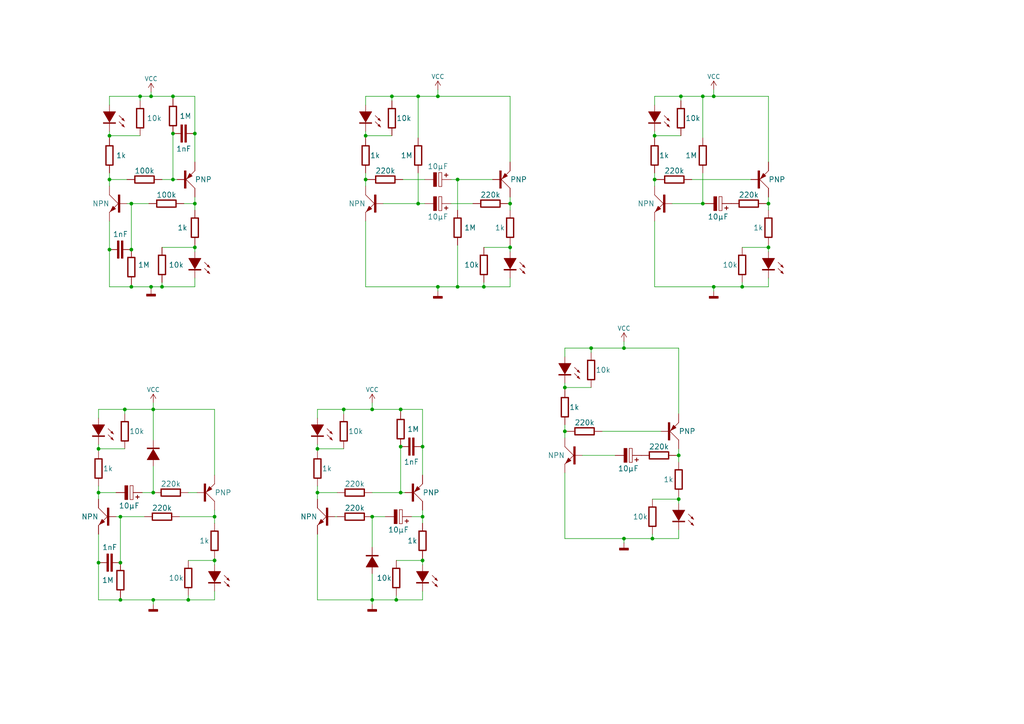
<source format=kicad_sch>
(kicad_sch (version 20211123) (generator eeschema)
  (paper "A4")
  (lib_symbols
    (symbol "*Custom_Generic:C" (pin_numbers hide) (pin_names (offset 0.254))
      (property "Reference" "C" (at 2.921 3.048 0))
      (property "Value" "C" (at 2.921 0.635 0))
      (symbol "C_0_1"
        (rectangle (start -2.54 0.381) (end 2.54 -0.127) (fill (type outline)))
        (rectangle (start -2.54 1.524) (end 2.54 1.016) (fill (type outline)))
      )
      (symbol "C_1_1"
        (pin passive line (at 0 3.81 270) (length 2.54) (name "~") (number "1"))
        (pin passive line (at 0 -2.54 90) (length 2.54) (name "~") (number "2"))
      )
    )
    (symbol "*Custom_Generic:C_Polarized" (pin_numbers hide) (pin_names (offset 0.254) hide)
      (property "Reference" "C" (at 0.635 2.54 0))
      (property "Value" "C_Polarized" (at 0.635 -2.54 0))
      (symbol "C_Polarized_0_1"
        (rectangle (start -2.032 -0.381) (end 2.032 -1.27) (fill (type outline)))
        (rectangle (start -2.032 1.143) (end 2.032 0.254))
        (polyline (pts (xy -1.778 2.413) (xy -0.762 2.413)) (stroke (width 0.254)))
        (polyline (pts (xy -1.27 2.921) (xy -1.27 1.905)) (stroke (width 0.254)))
      )
      (symbol "C_Polarized_1_1"
        (pin passive line (at 0 -3.81 90) (length 2.794) (name "-") (number "1"))
        (pin passive line (at 0 3.81 270) (length 2.667) (name "+") (number "2"))
      )
    )
    (symbol "*Custom_Generic:D" (pin_numbers hide) (pin_names (offset 1.016) hide)
      (property "Reference" "D" (at 0 2.54 0))
      (property "Value" "D" (at 0 -2.54 0))
      (symbol "D_0_1"
        (rectangle (start -1.524 1.778) (end -1.27 -1.778) (fill (type outline)))
        (polyline (pts (xy -1.143 0) (xy 1.905 1.778) (xy 1.905 -1.778) (xy -1.143 0)) (fill (type outline)))
      )
      (symbol "D_1_1"
        (pin passive line (at -3.81 0 0) (length 2.54) (name "K") (number "1"))
        (pin passive line (at 3.81 0 180) (length 2.54) (name "A") (number "2"))
      )
    )
    (symbol "*Custom_Generic:LED" (pin_numbers hide) (pin_names (offset 1.016) hide)
      (property "Reference" "D" (at 0 2.921 0))
      (property "Value" "LED" (at 0 5.588 0))
      (symbol "LED_0_1"
        (rectangle (start -1.524 1.778) (end -1.27 -1.778) (fill (type outline)))
        (polyline (pts (xy -1.016 -2.794) (xy -2.159 -3.937)) (stroke (width 0.1524)))
        (polyline (pts (xy 0.762 -2.794) (xy -0.381 -3.937)) (stroke (width 0.1524)))
        (polyline (pts (xy -2.54 -4.318) (xy -1.778 -3.937) (xy -2.159 -3.556) (xy -2.54 -4.318)) (fill (type outline)))
        (polyline (pts (xy -1.143 0) (xy 1.905 1.778) (xy 1.905 -1.778) (xy -1.143 0)) (fill (type outline)))
        (polyline (pts (xy -0.762 -4.318) (xy 0 -3.937) (xy -0.381 -3.556) (xy -0.762 -4.318)) (fill (type outline)))
      )
      (symbol "LED_1_1"
        (pin passive line (at -3.81 0 0) (length 2.54) (name "K") (number "1"))
        (pin passive line (at 3.81 0 180) (length 2.54) (name "A") (number "2"))
      )
    )
    (symbol "*Custom_Generic:NPN_BJT_CBE" (pin_numbers hide) (pin_names (offset 0) hide)
      (property "Reference" "T" (at 3.81 1.27 0))
      (property "Value" "NPN_BJT_CBE" (at 3.81 -1.27 0))
      (symbol "NPN_BJT_CBE_0_1"
        (rectangle (start -0.508 2.54) (end 0 -2.54) (fill (type outline)))
        (rectangle (start 0 -0.254) (end 0 -0.254))
        (polyline (pts (xy 0 0) (xy 2.54 -2.54)))
        (polyline (pts (xy 0 0) (xy 2.54 2.54)))
        (polyline (pts (xy 2.286 -2.286) (xy 1.524 -0.762) (xy 0.762 -1.524) (xy 2.286 -2.286)) (fill (type outline)))
        (rectangle (start 0 1.016) (end 0 1.016))
      )
      (symbol "NPN_BJT_CBE_1_1"
        (pin passive line (at 2.54 5.08 270) (length 2.54) (name "C") (number "1"))
        (pin input line (at -2.54 0 0) (length 2.54) (name "B") (number "2"))
        (pin passive line (at 2.54 -5.08 90) (length 2.54) (name "E") (number "3"))
      )
    )
    (symbol "*Custom_Generic:PNP_BJT_CBE" (pin_numbers hide) (pin_names (offset 0) hide)
      (property "Reference" "T" (at 3.81 1.27 0))
      (property "Value" "PNP_BJT_CBE" (at 3.81 -1.27 0))
      (symbol "PNP_BJT_CBE_0_1"
        (rectangle (start -0.508 2.54) (end 0 -2.54) (fill (type outline)))
        (rectangle (start 0 -0.254) (end 0 -0.254))
        (polyline (pts (xy 0 0) (xy 2.54 -2.54)))
        (polyline (pts (xy 0 0) (xy 2.54 2.54)))
        (polyline (pts (xy 0.254 -0.254) (xy 1.016 -1.778) (xy 1.778 -1.016) (xy 0.254 -0.254)) (fill (type outline)))
        (rectangle (start 0 1.016) (end 0 1.016))
      )
      (symbol "PNP_BJT_CBE_1_1"
        (pin passive line (at 2.54 5.08 270) (length 2.54) (name "C") (number "1"))
        (pin input line (at -2.54 0 0) (length 2.54) (name "B") (number "2"))
        (pin passive line (at 2.54 -5.08 90) (length 2.54) (name "E") (number "3"))
      )
    )
    (symbol "*Custom_Generic:R" (pin_numbers hide) (pin_names (offset 0))
      (property "Reference" "R" (at 2.413 0 90))
      (property "Value" "R" (at -2.286 0 90))
      (symbol "R_0_1"
        (rectangle (start -1.016 2.794) (end 1.016 -2.794) (stroke (width 0.381)))
      )
      (symbol "R_1_1"
        (pin passive line (at 0 5.08 270) (length 2.25) (name "~") (number "1"))
        (pin passive line (at 0 -5.08 90) (length 2.25) (name "~") (number "2"))
      )
    )
    (symbol "power:GNDD" (power) (pin_names (offset 0))
      (property "Value" "GNDD" (at 0 -3.175 0))
      (symbol "GNDD_0_1"
        (rectangle (start -1.27 -1.524) (end 1.27 -2.032) (stroke (width 0.254)) (fill (type outline)))
        (polyline (pts (xy 0 0) (xy 0 -1.524)))
      )
      (symbol "GNDD_1_1"
        (pin power_in line (at 0 0 270) (length 0) hide (name "GNDD") (number "1"))
      )
    )
    (symbol "power:VCC" (power) (pin_names (offset 0))
      (property "Value" "VCC" (at 0 3.81 0))
      (symbol "VCC_0_1"
        (polyline (pts (xy -0.762 1.27) (xy 0 2.54)))
        (polyline (pts (xy 0 0) (xy 0 2.54)))
        (polyline (pts (xy 0 2.54) (xy 0.762 1.27)))
      )
      (symbol "VCC_1_1"
        (pin power_in line (at 0 0 90) (length 0) hide (name "VCC") (number "1"))
      )
    )
  )
  (junction (at 207.01 83.185))
  (junction (at 189.865 52.07))
  (junction (at 163.83 112.395))
  (junction (at 44.45 142.875))
  (junction (at 116.205 118.745))
  (junction (at 92.075 142.875))
  (junction (at 62.23 149.86))
  (junction (at 189.23 156.21))
  (junction (at 31.75 52.07))
  (junction (at 56.515 38.735))
  (junction (at 147.955 59.055))
  (junction (at 189.865 39.37))
  (junction (at 56.515 71.755))
  (junction (at 40.64 27.94))
  (junction (at 28.575 142.875))
  (junction (at 107.95 173.99))
  (junction (at 34.925 163.195))
  (junction (at 116.205 129.54))
  (junction (at 196.85 144.78))
  (junction (at 99.695 118.745))
  (junction (at 38.1 72.39))
  (junction (at 113.665 27.94))
  (junction (at 31.75 72.39))
  (junction (at 106.045 52.07))
  (junction (at 114.935 173.99))
  (junction (at 132.715 52.07))
  (junction (at 44.45 173.99))
  (junction (at 171.45 100.965))
  (junction (at 196.85 132.08))
  (junction (at 62.23 162.56))
  (junction (at 132.715 83.185))
  (junction (at 28.575 163.195))
  (junction (at 207.01 27.94))
  (junction (at 122.555 162.56))
  (junction (at 56.515 59.055))
  (junction (at 50.165 27.94))
  (junction (at 43.815 83.185))
  (junction (at 215.265 83.185))
  (junction (at 197.485 27.94))
  (junction (at 180.975 100.965))
  (junction (at 107.95 118.745))
  (junction (at 121.285 27.94))
  (junction (at 180.975 156.21))
  (junction (at 34.925 149.86))
  (junction (at 28.575 130.175))
  (junction (at 122.555 149.86))
  (junction (at 127 27.94))
  (junction (at 46.99 83.185))
  (junction (at 222.885 71.755))
  (junction (at 34.925 173.99))
  (junction (at 116.205 142.875))
  (junction (at 43.815 27.94))
  (junction (at 203.835 27.94))
  (junction (at 122.555 129.54))
  (junction (at 50.165 52.07))
  (junction (at 107.95 149.86))
  (junction (at 147.955 71.755))
  (junction (at 38.1 59.055))
  (junction (at 163.83 125.095))
  (junction (at 203.835 59.055))
  (junction (at 50.165 38.735))
  (junction (at 54.61 173.99))
  (junction (at 127 83.185))
  (junction (at 38.1 83.185))
  (junction (at 106.045 39.37))
  (junction (at 222.885 59.055))
  (junction (at 92.075 130.175))
  (junction (at 44.45 118.745))
  (junction (at 36.195 118.745))
  (junction (at 31.75 39.37))
  (junction (at 140.335 83.185))
  (junction (at 121.285 59.055))
  (wire (pts (xy 106.045 39.37) (xy 113.665 39.37)))
  (wire (pts (xy 163.83 123.19) (xy 163.83 125.095)))
  (wire (pts (xy 222.885 60.96) (xy 222.885 59.055)))
  (wire (pts (xy 56.515 71.12) (xy 56.515 71.755)))
  (wire (pts (xy 38.1 83.185) (xy 38.1 82.55)))
  (wire (pts (xy 196.85 132.08) (xy 196.85 130.175)))
  (wire (pts (xy 122.555 149.86) (xy 122.555 147.955)))
  (wire (pts (xy 163.83 112.395) (xy 163.83 113.03)))
  (wire (pts (xy 196.215 132.08) (xy 196.85 132.08)))
  (wire (pts (xy 132.715 83.185) (xy 140.335 83.185)))
  (wire (pts (xy 122.555 161.925) (xy 122.555 162.56)))
  (wire (pts (xy 31.75 30.48) (xy 31.75 27.94)))
  (wire (pts (xy 196.85 133.985) (xy 196.85 132.08)))
  (wire (pts (xy 163.83 103.505) (xy 163.83 100.965)))
  (wire (pts (xy 106.045 52.07) (xy 106.045 53.975)))
  (wire (pts (xy 121.285 59.055) (xy 123.19 59.055)))
  (wire (pts (xy 174.625 125.095) (xy 191.77 125.095)))
  (wire (pts (xy 119.38 149.86) (xy 122.555 149.86)))
  (wire (pts (xy 203.835 27.94) (xy 207.01 27.94)))
  (wire (pts (xy 222.885 71.755) (xy 222.885 73.025)))
  (wire (pts (xy 127 26.035) (xy 127 27.94)))
  (wire (pts (xy 106.045 83.185) (xy 127 83.185)))
  (wire (pts (xy 147.32 59.055) (xy 147.955 59.055)))
  (wire (pts (xy 168.91 132.08) (xy 178.435 132.08)))
  (wire (pts (xy 56.515 60.96) (xy 56.515 59.055)))
  (wire (pts (xy 164.465 125.095) (xy 163.83 125.095)))
  (wire (pts (xy 36.195 118.745) (xy 36.195 120.015)))
  (wire (pts (xy 222.885 83.185) (xy 222.885 80.645)))
  (wire (pts (xy 31.75 38.1) (xy 31.75 39.37)))
  (wire (pts (xy 189.865 64.135) (xy 189.865 83.185)))
  (wire (pts (xy 222.885 27.94) (xy 222.885 46.99)))
  (wire (pts (xy 215.265 81.915) (xy 215.265 83.185)))
  (wire (pts (xy 31.75 52.07) (xy 36.83 52.07)))
  (wire (pts (xy 62.23 162.56) (xy 62.23 163.83)))
  (wire (pts (xy 28.575 163.195) (xy 28.575 173.99)))
  (wire (pts (xy 113.665 27.94) (xy 113.665 29.21)))
  (wire (pts (xy 132.715 52.07) (xy 132.715 60.96)))
  (wire (pts (xy 203.835 27.94) (xy 203.835 40.005)))
  (wire (pts (xy 147.955 27.94) (xy 147.955 46.99)))
  (wire (pts (xy 44.45 173.99) (xy 44.45 175.26)))
  (wire (pts (xy 92.075 130.175) (xy 99.695 130.175)))
  (wire (pts (xy 33.655 142.875) (xy 28.575 142.875)))
  (wire (pts (xy 44.45 118.745) (xy 62.23 118.745)))
  (wire (pts (xy 147.955 59.055) (xy 147.955 57.15)))
  (wire (pts (xy 62.23 151.765) (xy 62.23 149.86)))
  (wire (pts (xy 40.64 27.94) (xy 40.64 29.21)))
  (wire (pts (xy 43.815 83.185) (xy 43.815 83.82)))
  (wire (pts (xy 31.75 72.39) (xy 31.75 83.185)))
  (wire (pts (xy 147.955 83.185) (xy 147.955 80.645)))
  (wire (pts (xy 92.075 140.97) (xy 92.075 142.875)))
  (wire (pts (xy 203.835 59.055) (xy 204.47 59.055)))
  (wire (pts (xy 92.075 173.99) (xy 107.95 173.99)))
  (wire (pts (xy 147.955 60.96) (xy 147.955 59.055)))
  (wire (pts (xy 107.95 142.875) (xy 116.205 142.875)))
  (wire (pts (xy 54.61 172.72) (xy 54.61 173.99)))
  (wire (pts (xy 106.045 50.165) (xy 106.045 52.07)))
  (wire (pts (xy 107.95 173.99) (xy 107.95 175.26)))
  (wire (pts (xy 114.935 162.56) (xy 122.555 162.56)))
  (wire (pts (xy 130.81 52.07) (xy 132.715 52.07)))
  (wire (pts (xy 127 83.185) (xy 132.715 83.185)))
  (wire (pts (xy 92.075 154.94) (xy 92.075 173.99)))
  (wire (pts (xy 34.925 173.99) (xy 44.45 173.99)))
  (wire (pts (xy 62.23 161.925) (xy 62.23 162.56)))
  (wire (pts (xy 140.335 71.755) (xy 147.955 71.755)))
  (wire (pts (xy 31.75 52.07) (xy 31.75 53.975)))
  (wire (pts (xy 163.83 156.21) (xy 180.975 156.21)))
  (wire (pts (xy 106.045 64.135) (xy 106.045 83.185)))
  (wire (pts (xy 106.045 39.37) (xy 106.045 40.005)))
  (wire (pts (xy 122.555 162.56) (xy 122.555 163.83)))
  (wire (pts (xy 215.265 71.755) (xy 222.885 71.755)))
  (wire (pts (xy 121.285 27.94) (xy 121.285 40.005)))
  (wire (pts (xy 56.515 27.94) (xy 56.515 38.735)))
  (wire (pts (xy 38.1 83.185) (xy 43.815 83.185)))
  (wire (pts (xy 106.045 30.48) (xy 106.045 27.94)))
  (wire (pts (xy 50.165 52.07) (xy 51.435 52.07)))
  (wire (pts (xy 189.23 144.78) (xy 196.85 144.78)))
  (wire (pts (xy 28.575 173.99) (xy 34.925 173.99)))
  (wire (pts (xy 171.45 100.965) (xy 180.975 100.965)))
  (wire (pts (xy 62.23 173.99) (xy 62.23 171.45)))
  (wire (pts (xy 203.835 50.165) (xy 203.835 59.055)))
  (wire (pts (xy 222.885 59.055) (xy 222.885 57.15)))
  (wire (pts (xy 92.075 118.745) (xy 99.695 118.745)))
  (wire (pts (xy 31.75 64.135) (xy 31.75 72.39)))
  (wire (pts (xy 215.265 83.185) (xy 222.885 83.185)))
  (wire (pts (xy 114.935 173.99) (xy 122.555 173.99)))
  (wire (pts (xy 140.335 83.185) (xy 147.955 83.185)))
  (wire (pts (xy 38.1 59.055) (xy 43.18 59.055)))
  (wire (pts (xy 46.99 71.755) (xy 56.515 71.755)))
  (wire (pts (xy 50.165 28.575) (xy 50.165 27.94)))
  (wire (pts (xy 56.515 83.185) (xy 56.515 80.645)))
  (wire (pts (xy 140.335 81.915) (xy 140.335 83.185)))
  (wire (pts (xy 121.285 27.94) (xy 127 27.94)))
  (wire (pts (xy 54.61 142.875) (xy 57.15 142.875)))
  (wire (pts (xy 122.555 151.765) (xy 122.555 149.86)))
  (wire (pts (xy 44.45 116.84) (xy 44.45 118.745)))
  (wire (pts (xy 121.285 50.165) (xy 121.285 59.055)))
  (wire (pts (xy 38.1 59.055) (xy 38.1 72.39)))
  (wire (pts (xy 106.68 52.07) (xy 106.045 52.07)))
  (wire (pts (xy 196.85 156.21) (xy 196.85 153.67)))
  (wire (pts (xy 106.045 27.94) (xy 113.665 27.94)))
  (wire (pts (xy 44.45 142.875) (xy 41.275 142.875)))
  (wire (pts (xy 111.125 59.055) (xy 121.285 59.055)))
  (wire (pts (xy 56.515 71.755) (xy 56.515 73.025)))
  (wire (pts (xy 97.155 149.86) (xy 97.79 149.86)))
  (wire (pts (xy 31.75 83.185) (xy 38.1 83.185)))
  (wire (pts (xy 189.865 27.94) (xy 197.485 27.94)))
  (wire (pts (xy 28.575 130.175) (xy 36.195 130.175)))
  (wire (pts (xy 196.85 144.145) (xy 196.85 144.78)))
  (wire (pts (xy 116.84 52.07) (xy 123.19 52.07)))
  (wire (pts (xy 92.075 121.285) (xy 92.075 118.745)))
  (wire (pts (xy 40.64 27.94) (xy 43.815 27.94)))
  (wire (pts (xy 28.575 128.905) (xy 28.575 130.175)))
  (wire (pts (xy 99.695 118.745) (xy 107.95 118.745)))
  (wire (pts (xy 31.75 27.94) (xy 40.64 27.94)))
  (wire (pts (xy 116.205 118.745) (xy 122.555 118.745)))
  (wire (pts (xy 97.79 142.875) (xy 92.075 142.875)))
  (wire (pts (xy 107.95 116.84) (xy 107.95 118.745)))
  (wire (pts (xy 132.715 52.07) (xy 142.875 52.07)))
  (wire (pts (xy 163.83 111.125) (xy 163.83 112.395)))
  (wire (pts (xy 163.83 125.095) (xy 163.83 127)))
  (wire (pts (xy 122.555 118.745) (xy 122.555 129.54)))
  (wire (pts (xy 147.955 71.755) (xy 147.955 73.025)))
  (wire (pts (xy 28.575 118.745) (xy 36.195 118.745)))
  (wire (pts (xy 92.075 130.175) (xy 92.075 130.81)))
  (wire (pts (xy 28.575 121.285) (xy 28.575 118.745)))
  (wire (pts (xy 207.01 83.185) (xy 215.265 83.185)))
  (wire (pts (xy 197.485 27.94) (xy 197.485 29.21)))
  (wire (pts (xy 196.85 144.78) (xy 196.85 146.05)))
  (wire (pts (xy 92.075 142.875) (xy 92.075 144.78)))
  (wire (pts (xy 46.99 81.915) (xy 46.99 83.185)))
  (wire (pts (xy 189.865 50.165) (xy 189.865 52.07)))
  (wire (pts (xy 189.865 39.37) (xy 197.485 39.37)))
  (wire (pts (xy 189.865 83.185) (xy 207.01 83.185)))
  (wire (pts (xy 44.45 135.255) (xy 44.45 142.875)))
  (wire (pts (xy 50.165 38.735) (xy 50.165 52.07)))
  (wire (pts (xy 189.865 30.48) (xy 189.865 27.94)))
  (wire (pts (xy 127 27.94) (xy 147.955 27.94)))
  (wire (pts (xy 28.575 154.94) (xy 28.575 163.195)))
  (wire (pts (xy 189.865 38.1) (xy 189.865 39.37)))
  (wire (pts (xy 43.815 83.185) (xy 46.99 83.185)))
  (wire (pts (xy 222.25 59.055) (xy 222.885 59.055)))
  (wire (pts (xy 43.815 26.67) (xy 43.815 27.94)))
  (wire (pts (xy 197.485 27.94) (xy 203.835 27.94)))
  (wire (pts (xy 34.925 149.86) (xy 41.91 149.86)))
  (wire (pts (xy 207.01 27.94) (xy 222.885 27.94)))
  (wire (pts (xy 147.955 71.12) (xy 147.955 71.755)))
  (wire (pts (xy 171.45 100.965) (xy 171.45 102.235)))
  (wire (pts (xy 130.81 59.055) (xy 137.16 59.055)))
  (wire (pts (xy 107.95 118.745) (xy 116.205 118.745)))
  (wire (pts (xy 33.655 149.86) (xy 34.925 149.86)))
  (wire (pts (xy 113.665 27.94) (xy 121.285 27.94)))
  (wire (pts (xy 62.23 149.86) (xy 62.23 147.955)))
  (wire (pts (xy 207.01 83.185) (xy 207.01 84.455)))
  (wire (pts (xy 62.23 118.745) (xy 62.23 137.795)))
  (wire (pts (xy 116.205 119.38) (xy 116.205 118.745)))
  (wire (pts (xy 28.575 142.875) (xy 28.575 144.78)))
  (wire (pts (xy 222.885 71.12) (xy 222.885 71.755)))
  (wire (pts (xy 116.205 142.875) (xy 117.475 142.875)))
  (wire (pts (xy 189.865 39.37) (xy 189.865 40.005)))
  (wire (pts (xy 31.75 39.37) (xy 31.75 40.005)))
  (wire (pts (xy 180.975 156.21) (xy 189.23 156.21)))
  (wire (pts (xy 99.695 118.745) (xy 99.695 120.015)))
  (wire (pts (xy 114.935 172.72) (xy 114.935 173.99)))
  (wire (pts (xy 28.575 130.175) (xy 28.575 130.81)))
  (wire (pts (xy 106.045 38.1) (xy 106.045 39.37)))
  (wire (pts (xy 44.45 118.745) (xy 44.45 127.635)))
  (wire (pts (xy 28.575 140.97) (xy 28.575 142.875)))
  (wire (pts (xy 163.83 100.965) (xy 171.45 100.965)))
  (wire (pts (xy 122.555 129.54) (xy 122.555 137.795)))
  (wire (pts (xy 52.07 149.86) (xy 62.23 149.86)))
  (wire (pts (xy 34.925 163.195) (xy 34.925 149.86)))
  (wire (pts (xy 53.34 59.055) (xy 56.515 59.055)))
  (wire (pts (xy 180.975 156.21) (xy 180.975 157.48)))
  (wire (pts (xy 31.75 50.165) (xy 31.75 52.07)))
  (wire (pts (xy 92.075 128.905) (xy 92.075 130.175)))
  (wire (pts (xy 107.95 173.99) (xy 114.935 173.99)))
  (wire (pts (xy 46.99 52.07) (xy 50.165 52.07)))
  (wire (pts (xy 127 83.185) (xy 127 84.455)))
  (wire (pts (xy 190.5 52.07) (xy 189.865 52.07)))
  (wire (pts (xy 180.975 100.965) (xy 196.85 100.965)))
  (wire (pts (xy 116.205 129.54) (xy 116.205 142.875)))
  (wire (pts (xy 34.925 173.355) (xy 34.925 173.99)))
  (wire (pts (xy 132.715 71.12) (xy 132.715 83.185)))
  (wire (pts (xy 194.945 59.055) (xy 203.835 59.055)))
  (wire (pts (xy 36.195 118.745) (xy 44.45 118.745)))
  (wire (pts (xy 196.85 100.965) (xy 196.85 120.015)))
  (wire (pts (xy 50.165 27.94) (xy 56.515 27.94)))
  (wire (pts (xy 31.75 39.37) (xy 40.64 39.37)))
  (wire (pts (xy 54.61 162.56) (xy 62.23 162.56)))
  (wire (pts (xy 56.515 38.735) (xy 56.515 46.99)))
  (wire (pts (xy 44.45 173.99) (xy 54.61 173.99)))
  (wire (pts (xy 207.01 26.035) (xy 207.01 27.94)))
  (wire (pts (xy 36.83 59.055) (xy 38.1 59.055)))
  (wire (pts (xy 163.83 137.16) (xy 163.83 156.21)))
  (wire (pts (xy 46.99 83.185) (xy 56.515 83.185)))
  (wire (pts (xy 122.555 173.99) (xy 122.555 171.45)))
  (wire (pts (xy 189.865 52.07) (xy 189.865 53.975)))
  (wire (pts (xy 56.515 59.055) (xy 56.515 57.15)))
  (wire (pts (xy 43.815 27.94) (xy 50.165 27.94)))
  (wire (pts (xy 107.95 149.86) (xy 107.95 158.75)))
  (wire (pts (xy 163.83 112.395) (xy 171.45 112.395)))
  (wire (pts (xy 189.23 154.94) (xy 189.23 156.21)))
  (wire (pts (xy 180.975 99.06) (xy 180.975 100.965)))
  (wire (pts (xy 107.95 149.86) (xy 111.76 149.86)))
  (wire (pts (xy 107.95 166.37) (xy 107.95 173.99)))
  (wire (pts (xy 54.61 173.99) (xy 62.23 173.99)))
  (wire (pts (xy 189.23 156.21) (xy 196.85 156.21)))
  (wire (pts (xy 200.66 52.07) (xy 217.805 52.07)))
  (symbol (lib_id "*Custom_Generic:R") (at 217.17 59.055 90) (unit 1)
    (property "Reference" "R?" (effects hide))
    (property "Value" "220k" (at 217.17 56.5279 90) (effects (font (size 1.524 1.524))))
  )
  (symbol (lib_id "*Custom_Generic:LED") (at 28.575 125.095 90) (unit 1)
    (property "Reference" "D?" (effects hide))
    (property "Value" "LED" (effects hide))
  )
  (symbol (lib_id "power:GNDD") (at 107.95 175.26 0) (unit 1)
    (property "Reference" "#PWR?" (effects hide))
    (property "Value" "GNDD" (effects hide))
  )
  (symbol (lib_id "*Custom_Generic:R") (at 142.24 59.055 90) (unit 1)
    (property "Reference" "R?" (effects hide))
    (property "Value" "220k" (at 142.24 56.5279 90) (effects (font (size 1.524 1.524))))
  )
  (symbol (lib_id "*Custom_Generic:R") (at 222.885 66.04 0) (unit 1)
    (property "Reference" "R?" (effects hide))
    (property "Value" "1k" (at 218.44 66.04 0) (effects (font (size 1.524 1.524)) (justify left)))
  )
  (symbol (lib_id "*Custom_Generic:R") (at 113.665 34.29 0) (unit 1)
    (property "Reference" "R?" (effects hide))
    (property "Value" "10k" (at 114.935 34.29 0) (effects (font (size 1.524 1.524)) (justify left)))
  )
  (symbol (lib_id "*Custom_Generic:D") (at 107.95 162.56 270) (unit 1)
    (property "Reference" "D?" (effects hide))
    (property "Value" "D" (effects hide))
  )
  (symbol (lib_id "*Custom_Generic:C_Polarized") (at 182.245 132.08 270) (mirror x) (unit 1)
    (property "Reference" "C?" (effects hide))
    (property "Value" "10μF" (at 182.245 135.89 90) (effects (font (size 1.524 1.524))))
  )
  (symbol (lib_id "*Custom_Generic:R") (at 163.83 118.11 0) (unit 1)
    (property "Reference" "R?" (effects hide))
    (property "Value" "1k" (at 165.1 118.11 0) (effects (font (size 1.524 1.524)) (justify left)))
  )
  (symbol (lib_id "power:GNDD") (at 44.45 175.26 0) (unit 1)
    (property "Reference" "#PWR?" (effects hide))
    (property "Value" "GNDD" (effects hide))
  )
  (symbol (lib_id "*Custom_Generic:R") (at 116.205 124.46 0) (mirror x) (unit 1)
    (property "Reference" "R?" (effects hide))
    (property "Value" "1M" (at 118.11 124.46 0) (effects (font (size 1.524 1.524)) (justify left)))
  )
  (symbol (lib_id "*Custom_Generic:R") (at 195.58 52.07 90) (unit 1)
    (property "Reference" "R?" (effects hide))
    (property "Value" "220k" (at 195.58 49.5429 90) (effects (font (size 1.524 1.524))))
  )
  (symbol (lib_id "*Custom_Generic:R") (at 56.515 66.04 0) (unit 1)
    (property "Reference" "R?" (effects hide))
    (property "Value" "1k" (at 51.435 66.04 0) (effects (font (size 1.524 1.524)) (justify left)))
  )
  (symbol (lib_id "*Custom_Generic:R") (at 189.23 149.86 0) (unit 1)
    (property "Reference" "R?" (effects hide))
    (property "Value" "10k" (at 183.515 149.86 0) (effects (font (size 1.524 1.524)) (justify left)))
  )
  (symbol (lib_id "*Custom_Generic:R") (at 169.545 125.095 90) (unit 1)
    (property "Reference" "R?" (effects hide))
    (property "Value" "220k" (at 169.545 122.5679 90) (effects (font (size 1.524 1.524))))
  )
  (symbol (lib_id "*Custom_Generic:R") (at 132.715 66.04 0) (unit 1)
    (property "Reference" "R?" (effects hide))
    (property "Value" "1M" (at 134.62 66.04 0) (effects (font (size 1.524 1.524)) (justify left)))
  )
  (symbol (lib_id "*Custom_Generic:R") (at 147.955 66.04 0) (unit 1)
    (property "Reference" "R?" (effects hide))
    (property "Value" "1k" (at 143.51 66.04 0) (effects (font (size 1.524 1.524)) (justify left)))
  )
  (symbol (lib_id "*Custom_Generic:LED") (at 122.555 167.64 90) (unit 1)
    (property "Reference" "D?" (effects hide))
    (property "Value" "LED" (effects hide))
  )
  (symbol (lib_id "power:VCC") (at 43.815 26.67 0) (unit 1)
    (property "Reference" "#PWR?" (effects hide))
    (property "Value" "VCC" (at 43.815 22.86 0))
  )
  (symbol (lib_id "*Custom_Generic:LED") (at 222.885 76.835 90) (unit 1)
    (property "Reference" "D?" (effects hide))
    (property "Value" "LED" (effects hide))
  )
  (symbol (lib_id "*Custom_Generic:R") (at 215.265 76.835 0) (unit 1)
    (property "Reference" "R?" (effects hide))
    (property "Value" "10k" (at 209.55 76.835 0) (effects (font (size 1.524 1.524)) (justify left)))
  )
  (symbol (lib_id "*Custom_Generic:R") (at 62.23 156.845 0) (unit 1)
    (property "Reference" "R?" (effects hide))
    (property "Value" "1k" (at 57.785 156.845 0) (effects (font (size 1.524 1.524)) (justify left)))
  )
  (symbol (lib_id "power:GNDD") (at 127 84.455 0) (unit 1)
    (property "Reference" "#PWR?" (effects hide))
    (property "Value" "GNDD" (effects hide))
  )
  (symbol (lib_id "*Custom_Generic:NPN_BJT_CBE") (at 94.615 149.86 0) (mirror y) (unit 1)
    (property "Reference" "T?" (effects hide))
    (property "Value" "NPN" (at 92.075 149.86 0) (effects (font (size 1.524 1.524)) (justify left)))
  )
  (symbol (lib_id "power:VCC") (at 127 26.035 0) (unit 1)
    (property "Reference" "#PWR?" (effects hide))
    (property "Value" "VCC" (at 127 22.225 0))
  )
  (symbol (lib_id "*Custom_Generic:LED") (at 163.83 107.315 90) (unit 1)
    (property "Reference" "D?" (effects hide))
    (property "Value" "LED" (effects hide))
  )
  (symbol (lib_id "*Custom_Generic:R") (at 171.45 107.315 0) (unit 1)
    (property "Reference" "R?" (effects hide))
    (property "Value" "10k" (at 172.72 107.315 0) (effects (font (size 1.524 1.524)) (justify left)))
  )
  (symbol (lib_id "*Custom_Generic:NPN_BJT_CBE") (at 166.37 132.08 0) (mirror y) (unit 1)
    (property "Reference" "T?" (effects hide))
    (property "Value" "NPN" (at 163.83 132.08 0) (effects (font (size 1.524 1.524)) (justify left)))
  )
  (symbol (lib_id "*Custom_Generic:R") (at 54.61 167.64 0) (unit 1)
    (property "Reference" "R?" (effects hide))
    (property "Value" "10k" (at 48.895 167.64 0) (effects (font (size 1.524 1.524)) (justify left)))
  )
  (symbol (lib_id "*Custom_Generic:R") (at 92.075 135.89 0) (unit 1)
    (property "Reference" "R?" (effects hide))
    (property "Value" "1k" (at 93.345 135.89 0) (effects (font (size 1.524 1.524)) (justify left)))
  )
  (symbol (lib_id "*Custom_Generic:R") (at 189.865 45.085 0) (unit 1)
    (property "Reference" "R?" (effects hide))
    (property "Value" "1k" (at 191.135 45.085 0) (effects (font (size 1.524 1.524)) (justify left)))
  )
  (symbol (lib_id "*Custom_Generic:R") (at 99.695 125.095 0) (unit 1)
    (property "Reference" "R?" (effects hide))
    (property "Value" "10k" (at 100.965 125.095 0) (effects (font (size 1.524 1.524)) (justify left)))
  )
  (symbol (lib_id "*Custom_Generic:R") (at 49.53 142.875 90) (unit 1)
    (property "Reference" "R?" (effects hide))
    (property "Value" "220k" (at 49.53 140.3479 90) (effects (font (size 1.524 1.524))))
  )
  (symbol (lib_id "*Custom_Generic:NPN_BJT_CBE") (at 108.585 59.055 0) (mirror y) (unit 1)
    (property "Reference" "T?" (effects hide))
    (property "Value" "NPN" (at 106.045 59.055 0) (effects (font (size 1.524 1.524)) (justify left)))
  )
  (symbol (lib_id "*Custom_Generic:LED") (at 189.865 34.29 90) (unit 1)
    (property "Reference" "D?" (effects hide))
    (property "Value" "LED" (effects hide))
  )
  (symbol (lib_id "*Custom_Generic:R") (at 191.135 132.08 90) (unit 1)
    (property "Reference" "R?" (effects hide))
    (property "Value" "220k" (at 191.135 129.5529 90) (effects (font (size 1.524 1.524))))
  )
  (symbol (lib_id "*Custom_Generic:PNP_BJT_CBE") (at 220.345 52.07 0) (mirror x) (unit 1)
    (property "Reference" "T?" (effects hide))
    (property "Value" "PNP" (at 222.885 52.07 0) (effects (font (size 1.524 1.524)) (justify left)))
  )
  (symbol (lib_id "*Custom_Generic:R") (at 196.85 139.065 0) (unit 1)
    (property "Reference" "R?" (effects hide))
    (property "Value" "1k" (at 192.405 139.065 0) (effects (font (size 1.524 1.524)) (justify left)))
  )
  (symbol (lib_id "*Custom_Generic:R") (at 31.75 45.085 0) (unit 1)
    (property "Reference" "R?" (effects hide))
    (property "Value" "1k" (at 33.655 45.085 0) (effects (font (size 1.524 1.524)) (justify left)))
  )
  (symbol (lib_id "power:VCC") (at 107.95 116.84 0) (unit 1)
    (property "Reference" "#PWR?" (effects hide))
    (property "Value" "VCC" (at 107.95 113.03 0))
  )
  (symbol (lib_id "*Custom_Generic:R") (at 102.87 142.875 90) (unit 1)
    (property "Reference" "R?" (effects hide))
    (property "Value" "220k" (at 102.87 140.3479 90) (effects (font (size 1.524 1.524))))
  )
  (symbol (lib_id "*Custom_Generic:R") (at 203.835 45.085 0) (unit 1)
    (property "Reference" "R?" (effects hide))
    (property "Value" "1M" (at 198.755 45.085 0) (effects (font (size 1.524 1.524)) (justify left)))
  )
  (symbol (lib_id "*Custom_Generic:D") (at 44.45 131.445 270) (unit 1)
    (property "Reference" "D?" (effects hide))
    (property "Value" "D" (effects hide))
  )
  (symbol (lib_id "*Custom_Generic:C_Polarized") (at 127 52.07 270) (unit 1)
    (property "Reference" "C?" (effects hide))
    (property "Value" "10μF" (at 127 48.26 90) (effects (font (size 1.524 1.524))))
  )
  (symbol (lib_id "*Custom_Generic:R") (at 38.1 77.47 0) (mirror x) (unit 1)
    (property "Reference" "R?" (effects hide))
    (property "Value" "1M" (at 40.005 76.835 0) (effects (font (size 1.524 1.524)) (justify left)))
  )
  (symbol (lib_id "*Custom_Generic:R") (at 121.285 45.085 0) (unit 1)
    (property "Reference" "R?" (effects hide))
    (property "Value" "1M" (at 116.205 45.085 0) (effects (font (size 1.524 1.524)) (justify left)))
  )
  (symbol (lib_id "*Custom_Generic:PNP_BJT_CBE") (at 120.015 142.875 0) (mirror x) (unit 1)
    (property "Reference" "T?" (effects hide))
    (property "Value" "PNP" (at 122.555 142.875 0) (effects (font (size 1.524 1.524)) (justify left)))
  )
  (symbol (lib_id "*Custom_Generic:C") (at 31.115 163.195 270) (mirror x) (unit 1)
    (property "Reference" "C?" (effects hide))
    (property "Value" "1nF" (at 31.8135 158.75 90) (effects (font (size 1.524 1.524))))
  )
  (symbol (lib_id "*Custom_Generic:R") (at 50.165 33.655 0) (mirror x) (unit 1)
    (property "Reference" "R?" (effects hide))
    (property "Value" "1M" (at 52.07 33.655 0) (effects (font (size 1.524 1.524)) (justify left)))
  )
  (symbol (lib_id "*Custom_Generic:PNP_BJT_CBE") (at 53.975 52.07 0) (mirror x) (unit 1)
    (property "Reference" "T?" (effects hide))
    (property "Value" "PNP" (at 56.515 52.07 0) (effects (font (size 1.524 1.524)) (justify left)))
  )
  (symbol (lib_id "*Custom_Generic:C") (at 35.56 72.39 90) (mirror x) (unit 1)
    (property "Reference" "C?" (effects hide))
    (property "Value" "1nF" (at 34.925 67.945 90) (effects (font (size 1.524 1.524))))
  )
  (symbol (lib_id "*Custom_Generic:C_Polarized") (at 115.57 149.86 270) (mirror x) (unit 1)
    (property "Reference" "C?" (effects hide))
    (property "Value" "10μF" (at 115.57 153.67 90) (effects (font (size 1.524 1.524))))
  )
  (symbol (lib_id "*Custom_Generic:R") (at 102.87 149.86 90) (unit 1)
    (property "Reference" "R?" (effects hide))
    (property "Value" "220k" (at 102.87 147.3329 90) (effects (font (size 1.524 1.524))))
  )
  (symbol (lib_id "*Custom_Generic:R") (at 140.335 76.835 0) (unit 1)
    (property "Reference" "R?" (effects hide))
    (property "Value" "10k" (at 134.62 76.835 0) (effects (font (size 1.524 1.524)) (justify left)))
  )
  (symbol (lib_id "*Custom_Generic:LED") (at 31.75 34.29 90) (unit 1)
    (property "Reference" "D?" (effects hide))
    (property "Value" "LED" (effects hide))
  )
  (symbol (lib_id "*Custom_Generic:R") (at 28.575 135.89 0) (unit 1)
    (property "Reference" "R?" (effects hide))
    (property "Value" "1k" (at 29.845 135.89 0) (effects (font (size 1.524 1.524)) (justify left)))
  )
  (symbol (lib_id "*Custom_Generic:NPN_BJT_CBE") (at 192.405 59.055 0) (mirror y) (unit 1)
    (property "Reference" "T?" (effects hide))
    (property "Value" "NPN" (at 189.865 59.055 0) (effects (font (size 1.524 1.524)) (justify left)))
  )
  (symbol (lib_id "*Custom_Generic:C") (at 120.015 129.54 90) (mirror x) (unit 1)
    (property "Reference" "C?" (effects hide))
    (property "Value" "1nF" (at 119.3165 133.985 90) (effects (font (size 1.524 1.524))))
  )
  (symbol (lib_id "*Custom_Generic:R") (at 41.91 52.07 90) (unit 1)
    (property "Reference" "R?" (effects hide))
    (property "Value" "100k" (at 41.91 49.5429 90) (effects (font (size 1.524 1.524))))
  )
  (symbol (lib_id "*Custom_Generic:R") (at 106.045 45.085 0) (unit 1)
    (property "Reference" "R?" (effects hide))
    (property "Value" "1k" (at 107.315 45.085 0) (effects (font (size 1.524 1.524)) (justify left)))
  )
  (symbol (lib_id "*Custom_Generic:LED") (at 196.85 149.86 90) (unit 1)
    (property "Reference" "D?" (effects hide))
    (property "Value" "LED" (effects hide))
  )
  (symbol (lib_id "*Custom_Generic:R") (at 46.99 149.86 90) (unit 1)
    (property "Reference" "R?" (effects hide))
    (property "Value" "220k" (at 46.99 147.3329 90) (effects (font (size 1.524 1.524))))
  )
  (symbol (lib_id "*Custom_Generic:R") (at 48.26 59.055 90) (unit 1)
    (property "Reference" "R?" (effects hide))
    (property "Value" "100k" (at 48.26 56.5279 90) (effects (font (size 1.524 1.524))))
  )
  (symbol (lib_id "*Custom_Generic:LED") (at 106.045 34.29 90) (unit 1)
    (property "Reference" "D?" (effects hide))
    (property "Value" "LED" (effects hide))
  )
  (symbol (lib_id "*Custom_Generic:PNP_BJT_CBE") (at 194.31 125.095 0) (mirror x) (unit 1)
    (property "Reference" "T?" (effects hide))
    (property "Value" "PNP" (at 196.85 125.095 0) (effects (font (size 1.524 1.524)) (justify left)))
  )
  (symbol (lib_id "power:GNDD") (at 207.01 84.455 0) (unit 1)
    (property "Reference" "#PWR?" (effects hide))
    (property "Value" "GNDD" (effects hide))
  )
  (symbol (lib_id "*Custom_Generic:R") (at 46.99 76.835 0) (unit 1)
    (property "Reference" "R?" (effects hide))
    (property "Value" "10k" (at 48.895 76.835 0) (effects (font (size 1.524 1.524)) (justify left)))
  )
  (symbol (lib_id "power:GNDD") (at 180.975 157.48 0) (unit 1)
    (property "Reference" "#PWR?" (effects hide))
    (property "Value" "GNDD" (effects hide))
  )
  (symbol (lib_id "*Custom_Generic:C_Polarized") (at 208.28 59.055 270) (mirror x) (unit 1)
    (property "Reference" "C?" (effects hide))
    (property "Value" "10μF" (at 208.28 62.865 90) (effects (font (size 1.524 1.524))))
  )
  (symbol (lib_id "power:VCC") (at 44.45 116.84 0) (unit 1)
    (property "Reference" "#PWR?" (effects hide))
    (property "Value" "VCC" (at 44.45 113.03 0))
  )
  (symbol (lib_id "*Custom_Generic:NPN_BJT_CBE") (at 34.29 59.055 0) (mirror y) (unit 1)
    (property "Reference" "T1" (effects hide))
    (property "Value" "NPN" (at 31.75 59.055 0) (effects (font (size 1.524 1.524)) (justify left)))
  )
  (symbol (lib_id "*Custom_Generic:R") (at 114.935 167.64 0) (unit 1)
    (property "Reference" "R?" (effects hide))
    (property "Value" "10k" (at 109.22 167.64 0) (effects (font (size 1.524 1.524)) (justify left)))
  )
  (symbol (lib_id "*Custom_Generic:R") (at 197.485 34.29 0) (unit 1)
    (property "Reference" "R?" (effects hide))
    (property "Value" "10k" (at 198.755 34.29 0) (effects (font (size 1.524 1.524)) (justify left)))
  )
  (symbol (lib_id "*Custom_Generic:R") (at 122.555 156.845 0) (unit 1)
    (property "Reference" "R?" (effects hide))
    (property "Value" "1k" (at 118.11 156.845 0) (effects (font (size 1.524 1.524)) (justify left)))
  )
  (symbol (lib_id "*Custom_Generic:LED") (at 62.23 167.64 90) (unit 1)
    (property "Reference" "D?" (effects hide))
    (property "Value" "LED" (effects hide))
  )
  (symbol (lib_id "*Custom_Generic:C_Polarized") (at 127 59.055 270) (mirror x) (unit 1)
    (property "Reference" "C?" (effects hide))
    (property "Value" "10μF" (at 127 62.865 90) (effects (font (size 1.524 1.524))))
  )
  (symbol (lib_id "*Custom_Generic:LED") (at 56.515 76.835 90) (unit 1)
    (property "Reference" "D?" (effects hide))
    (property "Value" "LED" (effects hide))
  )
  (symbol (lib_id "power:GNDD") (at 43.815 83.82 0) (unit 1)
    (property "Reference" "#PWR?" (effects hide))
    (property "Value" "GNDD" (effects hide))
  )
  (symbol (lib_id "*Custom_Generic:R") (at 111.76 52.07 90) (unit 1)
    (property "Reference" "R?" (effects hide))
    (property "Value" "220k" (at 111.76 49.5429 90) (effects (font (size 1.524 1.524))))
  )
  (symbol (lib_id "*Custom_Generic:C_Polarized") (at 37.465 142.875 270) (mirror x) (unit 1)
    (property "Reference" "C?" (effects hide))
    (property "Value" "10μF" (at 37.465 146.685 90) (effects (font (size 1.524 1.524))))
  )
  (symbol (lib_id "*Custom_Generic:C") (at 53.975 38.735 90) (mirror x) (unit 1)
    (property "Reference" "C?" (effects hide))
    (property "Value" "1nF" (at 53.2765 43.18 90) (effects (font (size 1.524 1.524))))
  )
  (symbol (lib_id "*Custom_Generic:PNP_BJT_CBE") (at 59.69 142.875 0) (mirror x) (unit 1)
    (property "Reference" "T?" (effects hide))
    (property "Value" "PNP" (at 62.23 142.875 0) (effects (font (size 1.524 1.524)) (justify left)))
  )
  (symbol (lib_id "*Custom_Generic:LED") (at 147.955 76.835 90) (unit 1)
    (property "Reference" "D?" (effects hide))
    (property "Value" "LED" (effects hide))
  )
  (symbol (lib_id "power:VCC") (at 180.975 99.06 0) (unit 1)
    (property "Reference" "#PWR?" (effects hide))
    (property "Value" "VCC" (at 180.975 95.25 0))
  )
  (symbol (lib_id "*Custom_Generic:PNP_BJT_CBE") (at 145.415 52.07 0) (mirror x) (unit 1)
    (property "Reference" "T?" (effects hide))
    (property "Value" "PNP" (at 147.955 52.07 0) (effects (font (size 1.524 1.524)) (justify left)))
  )
  (symbol (lib_id "*Custom_Generic:LED") (at 92.075 125.095 90) (unit 1)
    (property "Reference" "D?" (effects hide))
    (property "Value" "LED" (effects hide))
  )
  (symbol (lib_id "power:VCC") (at 207.01 26.035 0) (unit 1)
    (property "Reference" "#PWR?" (effects hide))
    (property "Value" "VCC" (at 207.01 22.225 0))
  )
  (symbol (lib_id "*Custom_Generic:R") (at 40.64 34.29 0) (unit 1)
    (property "Reference" "R?" (effects hide))
    (property "Value" "10k" (at 42.545 34.29 0) (effects (font (size 1.524 1.524)) (justify left)))
  )
  (symbol (lib_id "*Custom_Generic:NPN_BJT_CBE") (at 31.115 149.86 0) (mirror y) (unit 1)
    (property "Reference" "T?" (effects hide))
    (property "Value" "NPN" (at 28.575 149.86 0) (effects (font (size 1.524 1.524)) (justify left)))
  )
  (symbol (lib_id "*Custom_Generic:R") (at 36.195 125.095 0) (unit 1)
    (property "Reference" "R?" (effects hide))
    (property "Value" "10k" (at 37.465 125.095 0) (effects (font (size 1.524 1.524)) (justify left)))
  )
  (symbol (lib_id "*Custom_Generic:R") (at 34.925 168.275 0) (mirror y) (unit 1)
    (property "Reference" "R?" (effects hide))
    (property "Value" "1M" (at 33.02 168.275 0) (effects (font (size 1.524 1.524)) (justify left)))
  )
)
</source>
